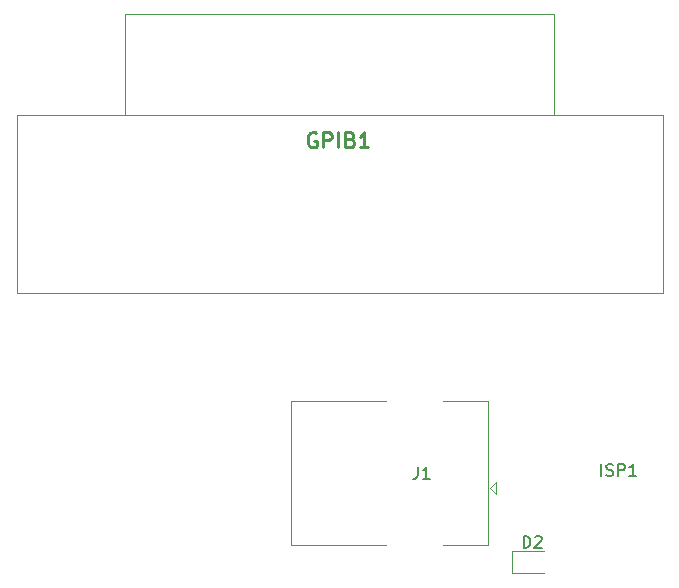
<source format=gbr>
%TF.GenerationSoftware,KiCad,Pcbnew,(6.0.0-rc1-415-g653c7b78d7)*%
%TF.CreationDate,2021-12-23T14:01:08-08:00*%
%TF.ProjectId,xyp-gpib,7879702d-6770-4696-922e-6b696361645f,rev?*%
%TF.SameCoordinates,Original*%
%TF.FileFunction,Legend,Top*%
%TF.FilePolarity,Positive*%
%FSLAX46Y46*%
G04 Gerber Fmt 4.6, Leading zero omitted, Abs format (unit mm)*
G04 Created by KiCad (PCBNEW (6.0.0-rc1-415-g653c7b78d7)) date 2021-12-23 14:01:08*
%MOMM*%
%LPD*%
G01*
G04 APERTURE LIST*
%ADD10C,0.150000*%
%ADD11C,0.254000*%
%ADD12C,0.120000*%
%ADD13C,0.100000*%
G04 APERTURE END LIST*
D10*
%TO.C,J1*%
X210613666Y-123531380D02*
X210613666Y-124245666D01*
X210566047Y-124388523D01*
X210470809Y-124483761D01*
X210327952Y-124531380D01*
X210232714Y-124531380D01*
X211613666Y-124531380D02*
X211042238Y-124531380D01*
X211327952Y-124531380D02*
X211327952Y-123531380D01*
X211232714Y-123674238D01*
X211137476Y-123769476D01*
X211042238Y-123817095D01*
D11*
%TO.C,GPIB1*%
X201990476Y-95250000D02*
X201869523Y-95189523D01*
X201688095Y-95189523D01*
X201506666Y-95250000D01*
X201385714Y-95370952D01*
X201325238Y-95491904D01*
X201264761Y-95733809D01*
X201264761Y-95915238D01*
X201325238Y-96157142D01*
X201385714Y-96278095D01*
X201506666Y-96399047D01*
X201688095Y-96459523D01*
X201809047Y-96459523D01*
X201990476Y-96399047D01*
X202050952Y-96338571D01*
X202050952Y-95915238D01*
X201809047Y-95915238D01*
X202595238Y-96459523D02*
X202595238Y-95189523D01*
X203079047Y-95189523D01*
X203200000Y-95250000D01*
X203260476Y-95310476D01*
X203320952Y-95431428D01*
X203320952Y-95612857D01*
X203260476Y-95733809D01*
X203200000Y-95794285D01*
X203079047Y-95854761D01*
X202595238Y-95854761D01*
X203865238Y-96459523D02*
X203865238Y-95189523D01*
X204893333Y-95794285D02*
X205074761Y-95854761D01*
X205135238Y-95915238D01*
X205195714Y-96036190D01*
X205195714Y-96217619D01*
X205135238Y-96338571D01*
X205074761Y-96399047D01*
X204953809Y-96459523D01*
X204470000Y-96459523D01*
X204470000Y-95189523D01*
X204893333Y-95189523D01*
X205014285Y-95250000D01*
X205074761Y-95310476D01*
X205135238Y-95431428D01*
X205135238Y-95552380D01*
X205074761Y-95673333D01*
X205014285Y-95733809D01*
X204893333Y-95794285D01*
X204470000Y-95794285D01*
X206405238Y-96459523D02*
X205679523Y-96459523D01*
X206042380Y-96459523D02*
X206042380Y-95189523D01*
X205921428Y-95370952D01*
X205800476Y-95491904D01*
X205679523Y-95552380D01*
D10*
%TO.C,ISP1*%
X226131619Y-124277380D02*
X226131619Y-123277380D01*
X226560190Y-124229761D02*
X226703047Y-124277380D01*
X226941142Y-124277380D01*
X227036380Y-124229761D01*
X227084000Y-124182142D01*
X227131619Y-124086904D01*
X227131619Y-123991666D01*
X227084000Y-123896428D01*
X227036380Y-123848809D01*
X226941142Y-123801190D01*
X226750666Y-123753571D01*
X226655428Y-123705952D01*
X226607809Y-123658333D01*
X226560190Y-123563095D01*
X226560190Y-123467857D01*
X226607809Y-123372619D01*
X226655428Y-123325000D01*
X226750666Y-123277380D01*
X226988761Y-123277380D01*
X227131619Y-123325000D01*
X227560190Y-124277380D02*
X227560190Y-123277380D01*
X227941142Y-123277380D01*
X228036380Y-123325000D01*
X228084000Y-123372619D01*
X228131619Y-123467857D01*
X228131619Y-123610714D01*
X228084000Y-123705952D01*
X228036380Y-123753571D01*
X227941142Y-123801190D01*
X227560190Y-123801190D01*
X229084000Y-124277380D02*
X228512571Y-124277380D01*
X228798285Y-124277380D02*
X228798285Y-123277380D01*
X228703047Y-123420238D01*
X228607809Y-123515476D01*
X228512571Y-123563095D01*
%TO.C,D2*%
X219558404Y-130374380D02*
X219558404Y-129374380D01*
X219796500Y-129374380D01*
X219939357Y-129422000D01*
X220034595Y-129517238D01*
X220082214Y-129612476D01*
X220129833Y-129802952D01*
X220129833Y-129945809D01*
X220082214Y-130136285D01*
X220034595Y-130231523D01*
X219939357Y-130326761D01*
X219796500Y-130374380D01*
X219558404Y-130374380D01*
X220510785Y-129469619D02*
X220558404Y-129422000D01*
X220653642Y-129374380D01*
X220891738Y-129374380D01*
X220986976Y-129422000D01*
X221034595Y-129469619D01*
X221082214Y-129564857D01*
X221082214Y-129660095D01*
X221034595Y-129802952D01*
X220463166Y-130374380D01*
X221082214Y-130374380D01*
D12*
%TO.C,J1*%
X217222000Y-124798000D02*
X216722000Y-125298000D01*
X216722000Y-125298000D02*
X217222000Y-125798000D01*
X216522000Y-117938000D02*
X212772000Y-117938000D01*
X216522000Y-117938000D02*
X216522000Y-130158000D01*
X199902000Y-117938000D02*
X207872000Y-117938000D01*
X199902000Y-130158000D02*
X207872000Y-130158000D01*
X217222000Y-125798000D02*
X217222000Y-124798000D01*
X199902000Y-117938000D02*
X199902000Y-130158000D01*
X216522000Y-130158000D02*
X212772000Y-130158000D01*
D13*
%TO.C,GPIB1*%
X231344000Y-93694000D02*
X231344000Y-108793000D01*
X222144000Y-85194000D02*
X222144000Y-93694000D01*
X185844000Y-93694000D02*
X185844000Y-85194000D01*
X176644000Y-108793000D02*
X176644000Y-93694000D01*
X185844000Y-85194000D02*
X222144000Y-85194000D01*
X176644000Y-93694000D02*
X231344000Y-93694000D01*
X231344000Y-108793000D02*
X176644000Y-108793000D01*
X222144000Y-93694000D02*
X185844000Y-93694000D01*
D12*
%TO.C,D2*%
X221296500Y-130612000D02*
X218611500Y-130612000D01*
X218611500Y-130612000D02*
X218611500Y-132532000D01*
X218611500Y-132532000D02*
X221296500Y-132532000D01*
%TD*%
M02*

</source>
